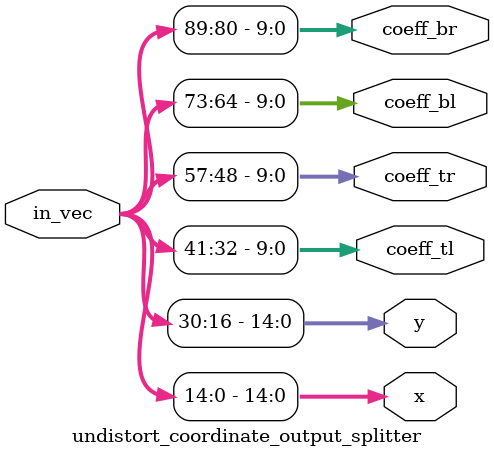
<source format=v>
module undistort_coordinate_output_splitter(
    input [95:0] in_vec, 
    output [14:0] x,
    output [14:0] y,
    output [9:0] coeff_tl,
    output [9:0] coeff_tr,
    output [9:0] coeff_bl,
    output [9:0] coeff_br
    // output was_resetted
);

// The output created by Vitis HLS are 4 bytes aligned, so we account for padding
// Also every variable takes multiple of bytes (not bits)

assign x = in_vec[14-:15];
// 16 bits to over is the next value
assign y = in_vec[30-:15];
// 16 bits to over is the next value
assign coeff_tl = in_vec[41-:10];
// 16 bits to over is the next value
assign coeff_tr = in_vec[57-:10];
// 16 bits to over is the next value
assign coeff_bl = in_vec[73-:10];
// 16 bits to over is the next value
assign coeff_br = in_vec[89-:10];
// 16 bits to over is the next value
// assign was_resetted = in_vec[96-:1];
  
endmodule
</source>
